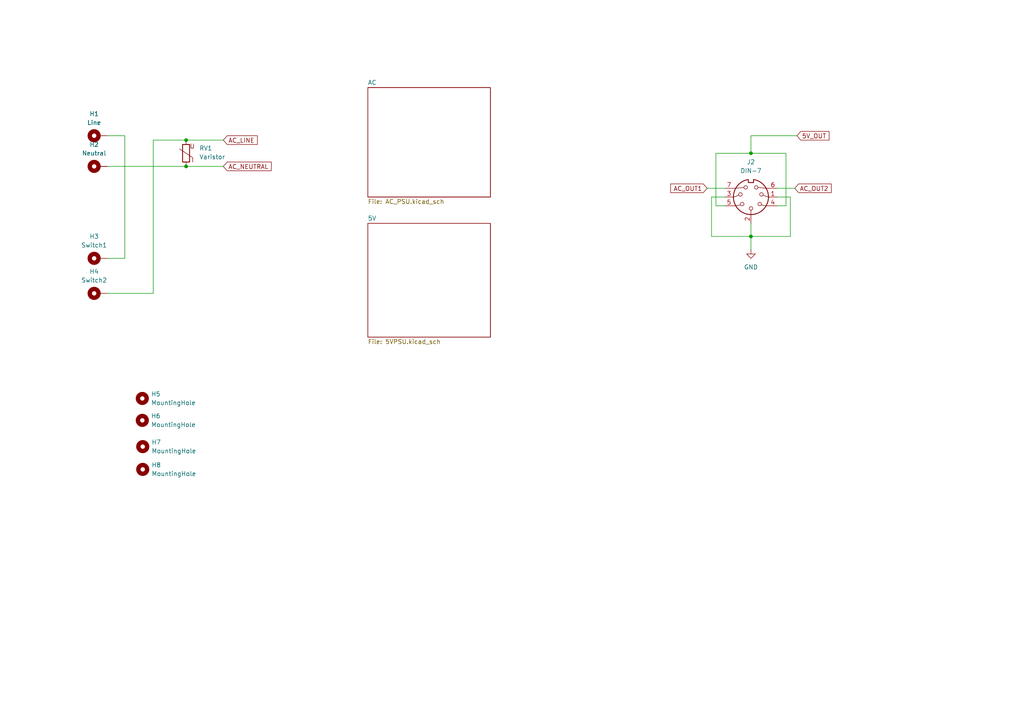
<source format=kicad_sch>
(kicad_sch (version 20230121) (generator eeschema)
  (paper "A4")
  (title_block (title "Ultimate C64 PSU") (rev "2"))
  (lib_symbols
    (symbol "Connector:DIN-7" (pin_names (offset 1.016))
      (property "Reference" "J" (at 3.175 5.715 0))
      (property "Value" "DIN-7" (at 0 -6.604 0))
      (symbol "DIN-7_0_1"
        (arc (start -5.08 0) (mid -3.8609 -3.3364) (end -0.762 -5.08) (stroke (width 0.254)))
        (circle (center -3.048 -0.762) (radius 0.508))
        (circle (center -2.54 2.032) (radius 0.508))
        (circle (center -1.524 -2.794) (radius 0.508))
        (polyline (pts (xy -5.08 0) (xy -3.556 -0.508)))
        (polyline (pts (xy 0 5.08) (xy 0 3.81)))
        (polyline (pts (xy 5.08 0) (xy 3.556 -0.508)))
        (polyline (pts (xy -5.08 -2.54) (xy -4.318 -2.54) (xy -2.032 -2.794)))
        (polyline (pts (xy -5.08 2.54) (xy -4.318 2.54) (xy -3.048 2.286)))
        (polyline (pts (xy 5.08 -2.54) (xy 4.318 -2.54) (xy 2.032 -2.794)))
        (polyline (pts (xy 5.08 2.54) (xy 4.318 2.54) (xy 3.048 2.286)))
        (polyline (pts (xy -0.762 -4.953) (xy -0.762 -4.191) (xy 0.762 -4.191) (xy 0.762 -4.953)) (stroke (width 0.254)))
        (circle (center 0 3.302) (radius 0.508))
        (arc (start 0.762 -5.08) (mid 3.8685 -3.343) (end 5.08 0) (stroke (width 0.254)))
        (circle (center 1.524 -2.794) (radius 0.508))
        (circle (center 2.54 2.032) (radius 0.508))
        (circle (center 3.048 -0.762) (radius 0.508))
        (arc (start 5.08 0) (mid 0 5.0579) (end -5.08 0) (stroke (width 0.254)))
      )
      (symbol "DIN-7_1_1"
        (pin passive line (at -7.62 0 0) (length 2.54) (name "~") (number "1"))
        (pin passive line (at 0 7.62 270) (length 2.54) (name "~") (number "2"))
        (pin passive line (at 7.62 0 180) (length 2.54) (name "~") (number "3"))
        (pin passive line (at -7.62 2.54 0) (length 2.54) (name "~") (number "4"))
        (pin passive line (at 7.62 2.54 180) (length 2.54) (name "~") (number "5"))
        (pin passive line (at -7.62 -2.54 0) (length 2.54) (name "~") (number "6"))
        (pin passive line (at 7.62 -2.54 180) (length 2.54) (name "~") (number "7"))
      )
    )
    (symbol "Device:Varistor" (pin_numbers hide) (pin_names (offset 0))
      (property "Reference" "RV" (at 3.175 0 90))
      (property "Value" "Varistor" (at -3.175 0 90))
      (symbol "Varistor_0_0"
        (text "U" (at -1.778 -2.032 0) (effects (font (size 1.27 1.27))))
      )
      (symbol "Varistor_0_1"
        (rectangle (start -1.016 -2.54) (end 1.016 2.54) (stroke (width 0.254)))
        (polyline (pts (xy -1.905 2.54) (xy -1.905 1.27) (xy 1.905 -1.27)))
      )
      (symbol "Varistor_1_1"
        (pin passive line (at 0 3.81 270) (length 1.27) (name "~") (number "1"))
        (pin passive line (at 0 -3.81 90) (length 1.27) (name "~") (number "2"))
      )
    )
    (symbol "Mechanical:MountingHole" (pin_names (offset 1.016))
      (property "Reference" "H" (at 0 5.08 0))
      (property "Value" "MountingHole" (at 0 3.175 0))
      (symbol "MountingHole_0_1"
        (circle (center 0 0) (radius 1.27) (stroke (width 1.27)))
      )
    )
    (symbol "Mechanical:MountingHole_Pad" (pin_numbers hide) (pin_names (offset 1.016) hide)
      (property "Reference" "H" (at 0 6.35 0))
      (property "Value" "MountingHole_Pad" (at 0 4.445 0))
      (symbol "MountingHole_Pad_0_1"
        (circle (center 0 1.27) (radius 1.27) (stroke (width 1.27)))
      )
      (symbol "MountingHole_Pad_1_1"
        (pin input line (at 0 -2.54 90) (length 2.54) (name "1") (number "1"))
      )
    )
    (symbol "power:GND" (power) (pin_names (offset 0))
      (property "Value" "GND" (at 0 -3.81 0))
      (symbol "GND_0_1"
        (polyline (pts (xy 0 0) (xy 0 -1.27) (xy 1.27 -1.27) (xy 0 -2.54) (xy -1.27 -1.27) (xy 0 -1.27)))
      )
      (symbol "GND_1_1"
        (pin power_in line (at 0 0 270) (length 0) hide (name "GND") (number "1"))
      )
    )
  )
  (junction (at 217.805 44.45))
  (junction (at 53.975 48.26))
  (junction (at 217.805 68.58))
  (junction (at 53.975 40.64))
  (wire (pts (xy 225.425 57.15) (xy 229.235 57.15)))
  (wire (pts (xy 210.185 57.15) (xy 206.375 57.15)))
  (wire (pts (xy 36.195 74.93) (xy 36.195 39.37)))
  (wire (pts (xy 217.805 64.77) (xy 217.805 68.58)))
  (wire (pts (xy 227.965 44.45) (xy 217.805 44.45)))
  (wire (pts (xy 225.425 59.69) (xy 227.965 59.69)))
  (wire (pts (xy 217.805 68.58) (xy 217.805 72.39)))
  (wire (pts (xy 210.185 59.69) (xy 207.645 59.69)))
  (wire (pts (xy 31.115 48.26) (xy 53.975 48.26)))
  (wire (pts (xy 206.375 68.58) (xy 217.805 68.58)))
  (wire (pts (xy 53.975 48.26) (xy 64.77 48.26)))
  (wire (pts (xy 36.195 39.37) (xy 31.115 39.37)))
  (wire (pts (xy 229.235 68.58) (xy 217.805 68.58)))
  (wire (pts (xy 205.105 54.61) (xy 210.185 54.61)))
  (wire (pts (xy 53.975 40.64) (xy 64.77 40.64)))
  (wire (pts (xy 229.235 57.15) (xy 229.235 68.58)))
  (wire (pts (xy 44.45 85.09) (xy 44.45 40.64)))
  (wire (pts (xy 31.115 85.09) (xy 44.45 85.09)))
  (wire (pts (xy 44.45 40.64) (xy 53.975 40.64)))
  (wire (pts (xy 217.805 39.37) (xy 217.805 44.45)))
  (wire (pts (xy 227.965 59.69) (xy 227.965 44.45)))
  (wire (pts (xy 230.505 54.61) (xy 225.425 54.61)))
  (wire (pts (xy 207.645 44.45) (xy 217.805 44.45)))
  (wire (pts (xy 207.645 59.69) (xy 207.645 44.45)))
  (wire (pts (xy 31.115 74.93) (xy 36.195 74.93)))
  (wire (pts (xy 206.375 57.15) (xy 206.375 68.58)))
  (wire (pts (xy 217.805 39.37) (xy 231.14 39.37)))
  (global_label "AC_OUT1" (shape input) (at 205.105 54.61 180) (property "Intersheetrefs" "${INTERSHEET_REFS}" (effects hide)))
  (global_label "AC_NEUTRAL" (shape input) (at 64.77 48.26 0) (property "Intersheetrefs" "${INTERSHEET_REFS}" (effects hide)))
  (global_label "5V_OUT" (shape input) (at 231.14 39.37 0) (property "Intersheetrefs" "${INTERSHEET_REFS}" (effects hide)))
  (global_label "AC_OUT2" (shape input) (at 230.505 54.61 0) (property "Intersheetrefs" "${INTERSHEET_REFS}" (effects hide)))
  (global_label "AC_LINE" (shape input) (at 64.77 40.64 0) (property "Intersheetrefs" "${INTERSHEET_REFS}" (effects hide)))
  (symbol (lib_id "power:GND") (at 217.805 72.39 0) (unit 1)
    (property "Reference" "#PWR011" (effects hide))
    (property "Value" "GND" (at 217.805 77.47 0))
  )
  (symbol (lib_id "Mechanical:MountingHole") (at 41.275 121.92 0) (unit 1)
    (property "Reference" "H6" (at 43.815 120.65 0) (effects (justify left)))
    (property "Value" "MountingHole" (at 43.815 123.19 0) (effects (justify left)))
    (property "Footprint" "MountingHole:MountingHole_3.5mm" (effects hide))
  )
  (symbol (lib_id "Mechanical:MountingHole") (at 41.402 136.144 0) (unit 1)
    (property "Reference" "H8" (at 43.942 134.874 0) (effects (justify left)))
    (property "Value" "MountingHole" (at 43.942 137.414 0) (effects (justify left)))
    (property "Footprint" "MountingHole:MountingHole_3.5mm" (effects hide))
  )
  (symbol (lib_id "Mechanical:MountingHole") (at 41.275 115.57 0) (unit 1)
    (property "Reference" "H5" (at 43.815 114.3 0) (effects (justify left)))
    (property "Value" "MountingHole" (at 43.815 116.84 0) (effects (justify left)))
    (property "Footprint" "MountingHole:MountingHole_3.5mm" (effects hide))
  )
  (symbol (lib_id "Mechanical:MountingHole_Pad") (at 28.575 39.37 90) (unit 1)
    (property "Reference" "H1" (at 27.305 33.02 90))
    (property "Value" "Line" (at 27.305 35.56 90))
    (property "Footprint" "MountingHole:MountingHole_2.5mm_Pad" (effects hide))
  )
  (symbol (lib_id "Mechanical:MountingHole_Pad") (at 28.575 48.26 90) (unit 1)
    (property "Reference" "H2" (at 27.305 41.91 90))
    (property "Value" "Neutral" (at 27.305 44.45 90))
    (property "Footprint" "MountingHole:MountingHole_2.5mm_Pad" (effects hide))
  )
  (symbol (lib_id "Mechanical:MountingHole_Pad") (at 28.575 74.93 90) (unit 1)
    (property "Reference" "H3" (at 27.305 68.58 90))
    (property "Value" "Switch1" (at 27.305 71.12 90))
    (property "Footprint" "MountingHole:MountingHole_2.5mm_Pad" (effects hide))
  )
  (symbol (lib_id "Mechanical:MountingHole") (at 41.402 129.54 0) (unit 1)
    (property "Reference" "H7" (at 43.942 128.27 0) (effects (justify left)))
    (property "Value" "MountingHole" (at 43.942 130.81 0) (effects (justify left)))
    (property "Footprint" "MountingHole:MountingHole_3.5mm" (effects hide))
  )
  (symbol (lib_id "Connector:DIN-7") (at 217.805 57.15 180) (unit 1)
    (property "Reference" "J2" (at 217.8049 46.99 0))
    (property "Value" "DIN-7" (at 217.8049 49.53 0))
    (property "Footprint" "Commodore:POWER_CON_DIN7" (effects hide))
    (property "Datasheet" "http://www.mouser.com/ds/2/18/40_c091_abd_e-75918.pdf" (effects hide))
  )
  (symbol (lib_id "Device:Varistor") (at 53.975 44.45 180) (unit 1)
    (property "Reference" "RV1" (at 57.785 42.9867 0) (effects (justify right)))
    (property "Value" "Varistor" (at 57.785 45.5267 0) (effects (justify right)))
    (property "Footprint" "Varistor:RV_Disc_D7mm_W4mm_P5mm" (effects hide))
    (property "Sim.Name" "kicad_builtin_varistor" (effects hide))
    (property "Sim.Device" "SUBCKT" (effects hide))
    (property "Sim.Pins" "1=A 2=B" (effects hide))
    (property "Sim.Params" "threshold=1k" (effects hide))
    (property "Sim.Library" "${KICAD7_SYMBOL_DIR}/Simulation_SPICE.sp" (effects hide))
  )
  (symbol (lib_id "Mechanical:MountingHole_Pad") (at 28.575 85.09 90) (unit 1)
    (property "Reference" "H4" (at 27.305 78.74 90))
    (property "Value" "Switch2" (at 27.305 81.28 90))
    (property "Footprint" "MountingHole:MountingHole_2.5mm_Pad" (effects hide))
  )
  (sheet (at 106.68 25.4) (size 35.56 31.75) (stroke (width 0.1524))
    (property "Sheetname" "AC" (at 106.68 24.6884 0) (effects (justify left bottom)))
    (property "Sheetfile" "AC_PSU.kicad_sch" (at 106.68 57.7346 0) (effects (justify left top)))
  )
  (sheet (at 106.68 64.77) (size 35.56 33.02) (stroke (width 0.1524))
    (property "Sheetname" "5V" (at 106.68 64.0584 0) (effects (justify left bottom)))
    (property "Sheetfile" "5VPSU.kicad_sch" (at 106.68 98.3746 0) (effects (justify left top)))
  )
)
</source>
